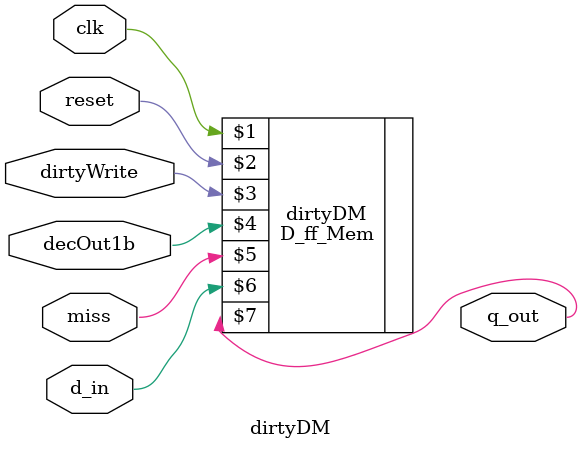
<source format=v>
`timescale 1ns / 1ps
module dirtyDM(input clk,input reset,input dirtyWrite,input decOut1b,input miss,input d_in,output q_out);

D_ff_Mem dirtyDM (clk, reset, dirtyWrite, decOut1b,miss, d_in, q_out);

endmodule

</source>
